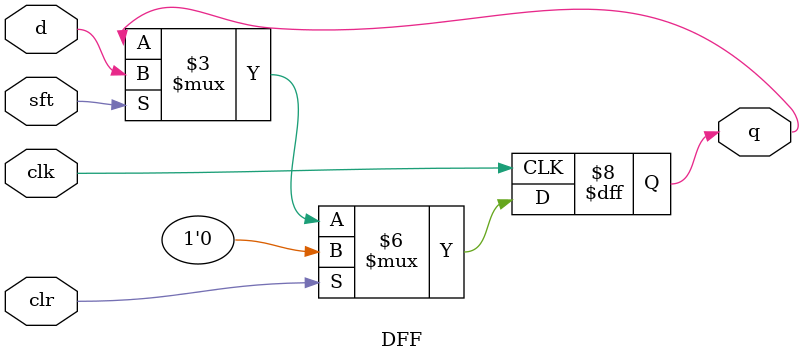
<source format=v>
`timescale 1ns / 1ps


module DFF(
    output reg q,
    
    input wire d, 
    input wire sft,
    input wire clk,
    input wire clr 
    );

    always @(posedge clk) begin
        if(clr) q<= 1'b0;
        else if(sft) q<= d;
        else q<= q;
    end
endmodule //DFF

</source>
